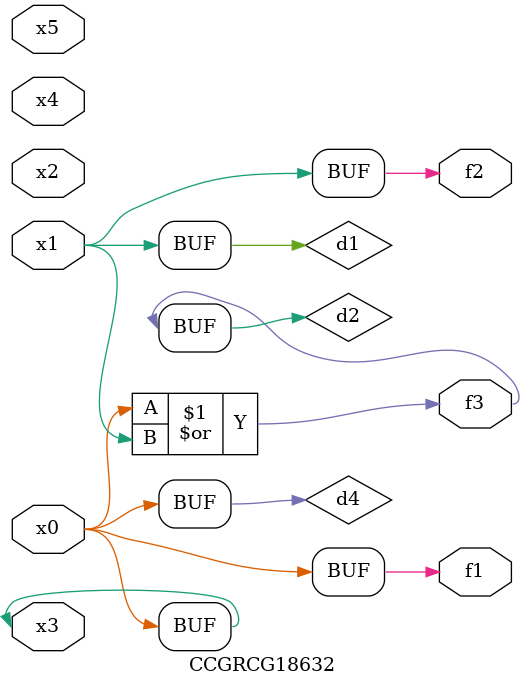
<source format=v>
module CCGRCG18632(
	input x0, x1, x2, x3, x4, x5,
	output f1, f2, f3
);

	wire d1, d2, d3, d4;

	and (d1, x1);
	or (d2, x0, x1);
	nand (d3, x0, x5);
	buf (d4, x0, x3);
	assign f1 = d4;
	assign f2 = d1;
	assign f3 = d2;
endmodule

</source>
